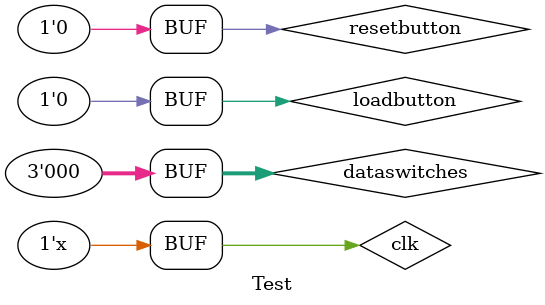
<source format=v>
`timescale 1ns / 1ps


module Test;

	// Inputs
	reg clk;
	reg loadbutton;
	reg resetbutton;
	reg [2:0] dataswitches;

	// Outputs
	wire [3:0] AN;
	wire [7:0] SSEG;
	wire error;

	// Instantiate the Unit Under Test (UUT)
	topmod uut (
		.clk(clk), 
		.loadbutton(loadbutton), 
		.resetbutton(resetbutton), 
		.dataswitches(dataswitches), 
		.AN(AN), 
		.SSEG(SSEG), 
		.error(error)
	);
	always #25 clk=!clk;
	
	initial begin
		// Initialize Inputs
		clk = 0;
		loadbutton = 0;
		resetbutton = 0;
		dataswitches = 0;

		// Wait 100 ns for global reset to finish
		#100;
        
		// Add stimulus here
		loadbutton = 0;
		resetbutton = 1;

		// Wait 100 ns for global reset to finish
		#100;
		
		loadbutton = 0;
		resetbutton = 0;

		// Wait 100 ns for global reset to finish
		#100;

		loadbutton = 1;
		resetbutton = 0;

		// Wait 100 ns for global reset to finish
		#100;

		loadbutton = 0;
		resetbutton = 0;
		
		// Wait 100 ns for global reset to finish
		#100;

	end
      
endmodule


</source>
